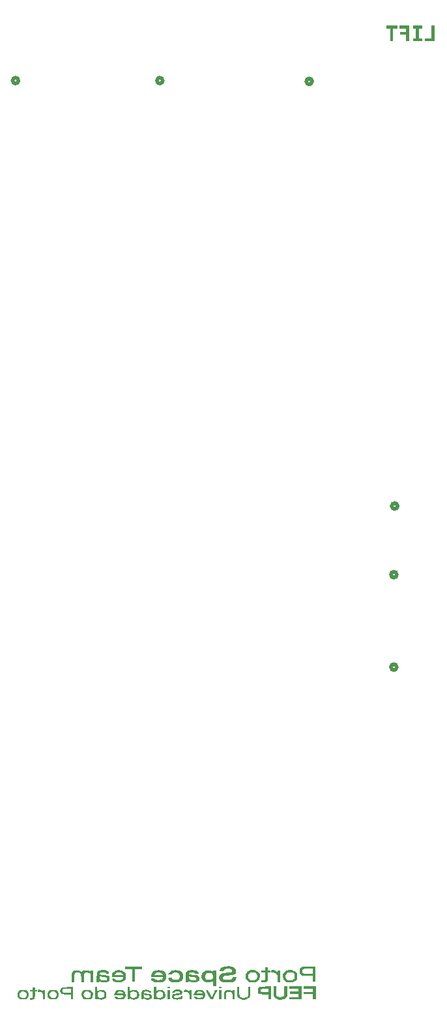
<source format=gbr>
%TF.GenerationSoftware,KiCad,Pcbnew,9.0.7-9.0.7~ubuntu24.04.1*%
%TF.CreationDate,2026-01-14T12:58:48+00:00*%
%TF.ProjectId,LIFT,4c494654-2e6b-4696-9361-645f70636258,rev?*%
%TF.SameCoordinates,Original*%
%TF.FileFunction,Legend,Bot*%
%TF.FilePolarity,Positive*%
%FSLAX46Y46*%
G04 Gerber Fmt 4.6, Leading zero omitted, Abs format (unit mm)*
G04 Created by KiCad (PCBNEW 9.0.7-9.0.7~ubuntu24.04.1) date 2026-01-14 12:58:48*
%MOMM*%
%LPD*%
G01*
G04 APERTURE LIST*
%ADD10C,0.400000*%
%ADD11C,0.508000*%
%ADD12C,0.000000*%
G04 APERTURE END LIST*
D10*
G36*
X180442620Y-32910000D02*
G01*
X180442620Y-30870083D01*
X180039497Y-30870083D01*
X180039497Y-32558290D01*
X179177442Y-32558290D01*
X179177442Y-32910000D01*
X180442620Y-32910000D01*
G37*
G36*
X178830739Y-31221793D02*
G01*
X178830739Y-30870083D01*
X177616120Y-30870083D01*
X177616120Y-31221793D01*
X178021929Y-31221793D01*
X178021929Y-32558290D01*
X177616120Y-32558290D01*
X177616120Y-32910000D01*
X178830739Y-32910000D01*
X178830739Y-32558290D01*
X178424930Y-32558290D01*
X178424930Y-31221793D01*
X178830739Y-31221793D01*
G37*
G36*
X175862090Y-31221793D02*
G01*
X176729762Y-31221793D01*
X176729762Y-31667292D01*
X175940003Y-31667292D01*
X175940003Y-32019002D01*
X176729762Y-32019002D01*
X176729762Y-32910000D01*
X177132763Y-32910000D01*
X177132763Y-30870083D01*
X175862090Y-30870083D01*
X175862090Y-31221793D01*
G37*
G36*
X174653332Y-32910000D02*
G01*
X175056332Y-32910000D01*
X175056332Y-31221793D01*
X175574127Y-31221793D01*
X175574127Y-30870083D01*
X174135537Y-30870083D01*
X174135537Y-31221793D01*
X174653332Y-31221793D01*
X174653332Y-32910000D01*
G37*
D11*
%TO.C,J7*%
X175525500Y-114139200D02*
G75*
G02*
X174763500Y-114139200I-381000J0D01*
G01*
X174763500Y-114139200D02*
G75*
G02*
X175525500Y-114139200I381000J0D01*
G01*
%TO.C,J3*%
X145117299Y-38000000D02*
G75*
G02*
X144355299Y-38000000I-381000J0D01*
G01*
X144355299Y-38000000D02*
G75*
G02*
X145117299Y-38000000I381000J0D01*
G01*
%TO.C,J8*%
X175631000Y-93228800D02*
G75*
G02*
X174869000Y-93228800I-381000J0D01*
G01*
X174869000Y-93228800D02*
G75*
G02*
X175631000Y-93228800I381000J0D01*
G01*
%TO.C,J9*%
X175525500Y-102139200D02*
G75*
G02*
X174763500Y-102139200I-381000J0D01*
G01*
X174763500Y-102139200D02*
G75*
G02*
X175525500Y-102139200I381000J0D01*
G01*
%TO.C,J4*%
X126367299Y-38000000D02*
G75*
G02*
X125605299Y-38000000I-381000J0D01*
G01*
X125605299Y-38000000D02*
G75*
G02*
X126367299Y-38000000I381000J0D01*
G01*
%TO.C,J2*%
X164527700Y-38105500D02*
G75*
G02*
X163765700Y-38105500I-381000J0D01*
G01*
X163765700Y-38105500D02*
G75*
G02*
X164527700Y-38105500I381000J0D01*
G01*
D12*
%TO.C,G\u002A\u002A\u002A*%
G36*
X146025332Y-155729563D02*
G01*
X146025332Y-155841877D01*
X145884942Y-155841877D01*
X145744550Y-155841877D01*
X145744550Y-155729563D01*
X145744550Y-155617251D01*
X145884942Y-155617251D01*
X146025332Y-155617251D01*
X146025332Y-155729563D01*
G37*
G36*
X146025332Y-156656147D02*
G01*
X146025332Y-157273868D01*
X145884942Y-157273868D01*
X145744550Y-157273868D01*
X145744550Y-156656147D01*
X145744550Y-156038424D01*
X145884942Y-156038424D01*
X146025332Y-156038424D01*
X146025332Y-156656147D01*
G37*
G36*
X152736031Y-155729563D02*
G01*
X152736031Y-155841877D01*
X152595639Y-155841877D01*
X152455249Y-155841877D01*
X152455249Y-155729563D01*
X152455249Y-155617251D01*
X152595639Y-155617251D01*
X152736031Y-155617251D01*
X152736031Y-155729563D01*
G37*
G36*
X152736031Y-156656147D02*
G01*
X152736031Y-157273868D01*
X152595639Y-157273868D01*
X152455249Y-157273868D01*
X152455249Y-156656147D01*
X152455249Y-156038424D01*
X152595639Y-156038424D01*
X152736031Y-156038424D01*
X152736031Y-156656147D01*
G37*
G36*
X142403241Y-153160406D02*
G01*
X142403241Y-153314836D01*
X141953991Y-153314836D01*
X141504738Y-153314836D01*
X141504738Y-154157184D01*
X141504738Y-154999531D01*
X141322230Y-154999531D01*
X141139721Y-154999531D01*
X141139721Y-154157184D01*
X141139721Y-153314836D01*
X140676431Y-153314836D01*
X140213140Y-153314836D01*
X140213140Y-153160406D01*
X140213140Y-153005976D01*
X141308192Y-153005976D01*
X142403241Y-153005976D01*
X142403241Y-153160406D01*
G37*
G36*
X165006217Y-156431520D02*
G01*
X165006217Y-157273868D01*
X164809671Y-157273868D01*
X164613122Y-157273868D01*
X164613122Y-156936927D01*
X164613122Y-156599989D01*
X164023479Y-156599989D01*
X163433836Y-156599989D01*
X163433836Y-156445558D01*
X163433836Y-156291128D01*
X164023479Y-156291128D01*
X164613122Y-156291128D01*
X164613122Y-156108620D01*
X164613122Y-155926111D01*
X164009439Y-155926111D01*
X163405758Y-155926111D01*
X163405758Y-155757643D01*
X163405758Y-155589173D01*
X164205988Y-155589173D01*
X165006217Y-155589173D01*
X165006217Y-156431520D01*
G37*
G36*
X151236448Y-156515754D02*
G01*
X151299817Y-156645156D01*
X151364266Y-156772981D01*
X151417400Y-156874279D01*
X151454975Y-156940979D01*
X151472743Y-156965007D01*
X151487222Y-156946114D01*
X151522349Y-156883848D01*
X151573326Y-156785964D01*
X151635942Y-156660563D01*
X151705992Y-156515754D01*
X151920132Y-156066504D01*
X152075293Y-156066504D01*
X152230453Y-156066504D01*
X151929000Y-156670185D01*
X151627548Y-157273868D01*
X151472509Y-157273868D01*
X151317472Y-157273868D01*
X151016020Y-156670185D01*
X150714567Y-156066504D01*
X150866915Y-156066504D01*
X151019265Y-156066504D01*
X151236448Y-156515754D01*
G37*
G36*
X163181132Y-156431520D02*
G01*
X163181132Y-157273868D01*
X162366863Y-157273868D01*
X161552595Y-157273868D01*
X161552595Y-157119437D01*
X161552595Y-156965007D01*
X162170316Y-156965007D01*
X162788037Y-156965007D01*
X162788037Y-156754419D01*
X162788037Y-156543832D01*
X162198394Y-156543832D01*
X161608751Y-156543832D01*
X161608751Y-156389402D01*
X161608751Y-156234972D01*
X162198394Y-156234972D01*
X162788037Y-156234972D01*
X162788037Y-156066504D01*
X162788037Y-155898033D01*
X162184354Y-155898033D01*
X161580673Y-155898033D01*
X161580673Y-155743603D01*
X161580673Y-155589173D01*
X162380903Y-155589173D01*
X163181132Y-155589173D01*
X163181132Y-156431520D01*
G37*
G36*
X129048787Y-156016081D02*
G01*
X129191465Y-156039683D01*
X129328273Y-156082878D01*
X129434283Y-156139323D01*
X129529373Y-156209755D01*
X129538171Y-156124089D01*
X129543606Y-156084779D01*
X129560682Y-156053008D01*
X129602829Y-156040565D01*
X129685583Y-156038424D01*
X129824195Y-156038424D01*
X129824195Y-156656147D01*
X129824195Y-157273868D01*
X129687124Y-157273868D01*
X129550052Y-157273868D01*
X129538816Y-156913268D01*
X129535217Y-156814056D01*
X129527286Y-156680395D01*
X129515945Y-156586413D01*
X129499725Y-156521663D01*
X129477152Y-156475701D01*
X129441720Y-156432484D01*
X129332877Y-156357520D01*
X129187255Y-156309207D01*
X129015407Y-156291746D01*
X128838380Y-156291128D01*
X128846937Y-156157758D01*
X128851227Y-156102118D01*
X128863354Y-156048131D01*
X128891703Y-156024561D01*
X128947500Y-156015531D01*
X129048787Y-156016081D01*
G37*
G36*
X148085827Y-156016081D02*
G01*
X148228505Y-156039683D01*
X148365313Y-156082878D01*
X148471323Y-156139323D01*
X148566412Y-156209755D01*
X148575211Y-156124089D01*
X148580645Y-156084779D01*
X148597722Y-156053008D01*
X148639869Y-156040565D01*
X148722623Y-156038424D01*
X148861235Y-156038424D01*
X148861235Y-156656147D01*
X148861235Y-157273868D01*
X148724163Y-157273868D01*
X148587092Y-157273868D01*
X148575856Y-156913268D01*
X148572256Y-156814056D01*
X148564326Y-156680395D01*
X148552985Y-156586413D01*
X148536765Y-156521663D01*
X148514191Y-156475701D01*
X148478760Y-156432484D01*
X148369917Y-156357520D01*
X148224295Y-156309207D01*
X148052447Y-156291746D01*
X147875420Y-156291128D01*
X147883977Y-156157758D01*
X147888267Y-156102118D01*
X147900394Y-156048131D01*
X147928743Y-156024561D01*
X147984540Y-156015531D01*
X148085827Y-156016081D01*
G37*
G36*
X159554146Y-153478082D02*
G01*
X159716916Y-153521193D01*
X159862948Y-153582881D01*
X159972844Y-153658042D01*
X160036371Y-153717722D01*
X160036371Y-153614553D01*
X160036371Y-153511385D01*
X160218879Y-153511385D01*
X160401387Y-153511385D01*
X160401387Y-154269498D01*
X160401387Y-155027609D01*
X160218879Y-155027609D01*
X160036371Y-155027609D01*
X160036371Y-154605533D01*
X160034731Y-154435782D01*
X160028070Y-154274979D01*
X160015962Y-154161838D01*
X159998071Y-154091794D01*
X159959866Y-154022054D01*
X159855387Y-153917261D01*
X159710904Y-153842849D01*
X159532678Y-153801576D01*
X159326973Y-153796203D01*
X159165869Y-153806207D01*
X159165906Y-153646988D01*
X159165908Y-153645334D01*
X159167646Y-153555527D01*
X159177768Y-153506344D01*
X159203756Y-153482480D01*
X159253095Y-153468627D01*
X159255969Y-153468009D01*
X159394033Y-153458653D01*
X159554146Y-153478082D01*
G37*
G36*
X158772851Y-153300798D02*
G01*
X158772851Y-153511385D01*
X158927281Y-153511385D01*
X159081711Y-153511385D01*
X159081711Y-153637737D01*
X159081711Y-153764089D01*
X158927281Y-153764089D01*
X158772851Y-153764089D01*
X158772693Y-154234400D01*
X158771942Y-154340277D01*
X158768136Y-154499504D01*
X158761666Y-154639007D01*
X158753154Y-154746641D01*
X158743222Y-154810268D01*
X158705742Y-154893687D01*
X158617888Y-154976435D01*
X158484344Y-155028426D01*
X158409226Y-155041323D01*
X158273286Y-155051461D01*
X158133120Y-155050605D01*
X158018248Y-155038139D01*
X157983062Y-155030068D01*
X157947365Y-155010194D01*
X157933093Y-154967914D01*
X157930503Y-154886370D01*
X157930503Y-154752152D01*
X158098073Y-154767346D01*
X158193213Y-154772432D01*
X158275061Y-154763616D01*
X158336739Y-154735959D01*
X158407832Y-154689376D01*
X158407832Y-154226732D01*
X158407832Y-153764089D01*
X158169168Y-153764089D01*
X157930503Y-153764089D01*
X157930503Y-153637737D01*
X157930503Y-153511385D01*
X158169168Y-153511385D01*
X158407832Y-153511385D01*
X158407832Y-153300798D01*
X158407832Y-153090212D01*
X158590341Y-153090212D01*
X158772851Y-153090212D01*
X158772851Y-153300798D01*
G37*
G36*
X159872924Y-156129680D02*
G01*
X159876687Y-156330867D01*
X159881761Y-156494458D01*
X159888498Y-156615419D01*
X159897437Y-156700681D01*
X159909112Y-156757180D01*
X159924057Y-156791853D01*
X159933038Y-156804881D01*
X160024534Y-156886551D01*
X160150912Y-156942450D01*
X160298732Y-156972156D01*
X160454558Y-156975247D01*
X160604950Y-156951299D01*
X160736470Y-156899885D01*
X160835682Y-156820586D01*
X160906796Y-156736071D01*
X160906796Y-156134545D01*
X160906796Y-155533017D01*
X161105642Y-155533017D01*
X161304487Y-155533017D01*
X161295170Y-156174079D01*
X161285851Y-156815144D01*
X161200683Y-156952822D01*
X161163174Y-157005360D01*
X161036460Y-157122645D01*
X160872252Y-157213677D01*
X160682170Y-157271321D01*
X160493156Y-157294415D01*
X160279766Y-157290864D01*
X160076500Y-157258470D01*
X159894099Y-157199865D01*
X159743303Y-157117680D01*
X159634854Y-157014553D01*
X159608356Y-156977224D01*
X159572907Y-156916815D01*
X159546324Y-156850185D01*
X159527366Y-156769011D01*
X159514789Y-156664976D01*
X159507346Y-156529761D01*
X159503793Y-156355045D01*
X159502884Y-156132509D01*
X159502884Y-155533017D01*
X159683395Y-155533017D01*
X159863905Y-155533017D01*
X159872924Y-156129680D01*
G37*
G36*
X128504517Y-155898033D02*
G01*
X128504517Y-156066504D01*
X128630869Y-156066504D01*
X128687097Y-156067108D01*
X128736243Y-156075799D01*
X128754524Y-156104392D01*
X128757221Y-156164776D01*
X128756443Y-156208509D01*
X128745270Y-156246734D01*
X128708506Y-156260952D01*
X128630869Y-156263050D01*
X128504517Y-156263050D01*
X128504517Y-156695152D01*
X128503497Y-156854532D01*
X128498037Y-157000616D01*
X128485358Y-157105409D01*
X128462699Y-157176990D01*
X128427307Y-157223435D01*
X128376425Y-157252825D01*
X128307294Y-157273242D01*
X128235234Y-157286248D01*
X128109063Y-157297125D01*
X127986203Y-157296550D01*
X127892340Y-157283861D01*
X127858457Y-157270525D01*
X127836269Y-157235911D01*
X127836184Y-157165703D01*
X127844680Y-157064861D01*
X127976153Y-157073094D01*
X128044672Y-157076457D01*
X128118044Y-157072645D01*
X128168035Y-157051755D01*
X128199122Y-157005969D01*
X128215782Y-156927477D01*
X128222492Y-156808465D01*
X128223734Y-156641118D01*
X128223734Y-156263050D01*
X128027188Y-156263050D01*
X127830640Y-156263050D01*
X127830640Y-156164776D01*
X127830640Y-156066504D01*
X128027188Y-156066504D01*
X128223734Y-156066504D01*
X128223734Y-155898033D01*
X128223734Y-155729563D01*
X128364127Y-155729563D01*
X128504517Y-155729563D01*
X128504517Y-155898033D01*
G37*
G36*
X154448802Y-156656147D02*
G01*
X154448802Y-157273868D01*
X154308412Y-157273868D01*
X154168019Y-157273868D01*
X154166436Y-156929909D01*
X154163341Y-156759044D01*
X154153055Y-156613931D01*
X154132890Y-156507276D01*
X154100085Y-156429861D01*
X154051879Y-156372466D01*
X153985511Y-156325873D01*
X153970847Y-156317558D01*
X153893169Y-156283182D01*
X153810183Y-156269031D01*
X153696970Y-156270310D01*
X153652671Y-156273171D01*
X153561423Y-156285949D01*
X153498684Y-156311361D01*
X153444265Y-156356274D01*
X153425436Y-156375532D01*
X153401307Y-156405841D01*
X153384640Y-156442633D01*
X153373716Y-156495841D01*
X153366813Y-156575397D01*
X153362213Y-156691235D01*
X153358196Y-156853286D01*
X153348600Y-157273868D01*
X153210786Y-157273868D01*
X153072970Y-157273868D01*
X153072970Y-156839222D01*
X153074091Y-156683870D01*
X153080419Y-156514202D01*
X153094412Y-156386155D01*
X153118407Y-156291403D01*
X153154739Y-156221618D01*
X153205745Y-156168475D01*
X153273763Y-156123646D01*
X153367944Y-156082973D01*
X153534993Y-156048230D01*
X153716503Y-156045676D01*
X153892611Y-156076815D01*
X153958476Y-156098714D01*
X154038175Y-156133568D01*
X154083549Y-156164493D01*
X154129497Y-156203257D01*
X154158172Y-156189194D01*
X154168019Y-156122660D01*
X154169597Y-156081062D01*
X154183859Y-156051580D01*
X154225303Y-156040264D01*
X154308412Y-156038424D01*
X154448802Y-156038424D01*
X154448802Y-156656147D01*
G37*
G36*
X159222102Y-156429820D02*
G01*
X159222102Y-157273868D01*
X159025553Y-157273868D01*
X158829007Y-157273868D01*
X158829007Y-156953644D01*
X158829007Y-156633423D01*
X158316578Y-156623726D01*
X158249410Y-156622396D01*
X158078785Y-156618007D01*
X157951801Y-156612322D01*
X157859036Y-156604320D01*
X157791067Y-156592984D01*
X157738475Y-156577298D01*
X157691839Y-156556244D01*
X157617688Y-156508190D01*
X157522823Y-156395820D01*
X157469970Y-156246438D01*
X157460942Y-156089153D01*
X157846698Y-156089153D01*
X157847051Y-156112190D01*
X157858950Y-156198759D01*
X157895661Y-156251871D01*
X157968000Y-156289371D01*
X157976911Y-156292126D01*
X158044910Y-156302740D01*
X158153008Y-156311340D01*
X158288266Y-156317104D01*
X158437739Y-156319206D01*
X158829007Y-156319206D01*
X158829007Y-156108620D01*
X158829007Y-155898033D01*
X158400042Y-155898033D01*
X158226410Y-155899291D01*
X158080443Y-155905122D01*
X157977048Y-155917998D01*
X157909100Y-155940378D01*
X157869476Y-155974723D01*
X157851051Y-156023494D01*
X157846698Y-156089153D01*
X157460942Y-156089153D01*
X157459290Y-156060381D01*
X157466957Y-155973087D01*
X157498212Y-155849281D01*
X157559701Y-155751269D01*
X157660465Y-155661103D01*
X157669151Y-155654798D01*
X157696345Y-155638607D01*
X157730743Y-155626024D01*
X157779339Y-155616483D01*
X157849124Y-155609414D01*
X157947090Y-155604248D01*
X158080234Y-155600419D01*
X158255545Y-155597357D01*
X158480019Y-155594493D01*
X159222102Y-155585774D01*
X159222102Y-156108620D01*
X159222102Y-156429820D01*
G37*
G36*
X133474365Y-156471858D02*
G01*
X133474365Y-157273868D01*
X133333973Y-157273868D01*
X133193582Y-157273868D01*
X133193582Y-156950967D01*
X133193582Y-156628067D01*
X132731674Y-156628067D01*
X132554725Y-156626938D01*
X132365815Y-156621265D01*
X132219403Y-156609507D01*
X132107803Y-156590219D01*
X132023321Y-156561956D01*
X131958267Y-156523274D01*
X131904948Y-156472724D01*
X131834081Y-156357459D01*
X131798096Y-156219243D01*
X131797823Y-156114731D01*
X132100013Y-156114731D01*
X132105808Y-156226002D01*
X132152148Y-156323116D01*
X132153207Y-156324422D01*
X132174602Y-156347951D01*
X132200557Y-156365185D01*
X132239670Y-156377304D01*
X132300539Y-156385491D01*
X132391764Y-156390919D01*
X132521942Y-156394774D01*
X132699673Y-156398232D01*
X133193582Y-156407061D01*
X133193582Y-156152547D01*
X133193582Y-155898033D01*
X132714976Y-155898033D01*
X132710287Y-155898033D01*
X132537006Y-155898308D01*
X132410659Y-155899882D01*
X132322231Y-155903891D01*
X132262709Y-155911467D01*
X132223081Y-155923748D01*
X132194332Y-155941864D01*
X132167450Y-155966952D01*
X132133828Y-156011184D01*
X132100013Y-156114731D01*
X131797823Y-156114731D01*
X131797718Y-156074423D01*
X131831295Y-155936671D01*
X131897176Y-155819659D01*
X131993712Y-155737059D01*
X132002388Y-155732527D01*
X132039674Y-155717674D01*
X132089385Y-155706109D01*
X132158811Y-155697291D01*
X132255240Y-155690676D01*
X132385961Y-155685727D01*
X132558261Y-155681897D01*
X132779428Y-155678647D01*
X133474365Y-155669848D01*
X133474365Y-156152547D01*
X133474365Y-156471858D01*
G37*
G36*
X127713926Y-156657163D02*
G01*
X127680455Y-156856283D01*
X127635242Y-156970200D01*
X127532393Y-157109475D01*
X127388356Y-157211253D01*
X127204592Y-157274250D01*
X127112478Y-157286461D01*
X126969912Y-157289590D01*
X126818289Y-157280344D01*
X126679163Y-157260210D01*
X126574083Y-157230679D01*
X126483020Y-157182721D01*
X126353911Y-157068345D01*
X126262894Y-156921035D01*
X126214831Y-156749809D01*
X126214681Y-156637397D01*
X126501407Y-156637397D01*
X126512859Y-156765575D01*
X126549661Y-156875958D01*
X126608417Y-156951137D01*
X126716392Y-157022752D01*
X126718633Y-157023763D01*
X126861753Y-157064777D01*
X127013057Y-157069574D01*
X127157903Y-157041012D01*
X127281648Y-156981951D01*
X127369644Y-156895248D01*
X127388610Y-156858898D01*
X127416549Y-156749179D01*
X127421793Y-156623010D01*
X127404557Y-156503093D01*
X127365058Y-156412126D01*
X127336765Y-156378196D01*
X127224143Y-156294597D01*
X127086411Y-156246354D01*
X126937259Y-156233537D01*
X126790385Y-156256207D01*
X126659481Y-156314433D01*
X126558243Y-156408276D01*
X126552926Y-156415979D01*
X126514897Y-156513506D01*
X126501407Y-156637397D01*
X126214681Y-156637397D01*
X126214583Y-156563682D01*
X126234019Y-156463959D01*
X126299621Y-156309090D01*
X126408830Y-156182659D01*
X126567120Y-156077119D01*
X126579003Y-156071328D01*
X126683632Y-156041210D01*
X126822464Y-156024339D01*
X126977872Y-156020530D01*
X127132238Y-156029596D01*
X127267936Y-156051348D01*
X127367349Y-156085602D01*
X127505124Y-156178806D01*
X127624923Y-156315127D01*
X127694969Y-156475678D01*
X127710358Y-156623010D01*
X127713926Y-156657163D01*
G37*
G36*
X131616801Y-156657163D02*
G01*
X131583329Y-156856283D01*
X131538116Y-156970200D01*
X131435267Y-157109475D01*
X131291231Y-157211253D01*
X131107467Y-157274250D01*
X131015352Y-157286461D01*
X130872786Y-157289590D01*
X130721164Y-157280344D01*
X130582037Y-157260210D01*
X130476957Y-157230679D01*
X130385894Y-157182721D01*
X130256785Y-157068345D01*
X130165769Y-156921035D01*
X130117705Y-156749809D01*
X130117555Y-156637397D01*
X130404281Y-156637397D01*
X130415733Y-156765575D01*
X130452536Y-156875958D01*
X130511291Y-156951137D01*
X130619267Y-157022752D01*
X130621507Y-157023763D01*
X130764625Y-157064777D01*
X130915932Y-157069574D01*
X131060778Y-157041012D01*
X131184523Y-156981951D01*
X131272518Y-156895248D01*
X131291484Y-156858898D01*
X131319422Y-156749179D01*
X131324665Y-156623010D01*
X131307431Y-156503093D01*
X131267932Y-156412126D01*
X131239640Y-156378196D01*
X131127017Y-156294597D01*
X130989285Y-156246354D01*
X130840133Y-156233537D01*
X130693257Y-156256207D01*
X130562356Y-156314433D01*
X130461118Y-156408276D01*
X130455800Y-156415979D01*
X130417771Y-156513506D01*
X130404281Y-156637397D01*
X130117555Y-156637397D01*
X130117457Y-156563682D01*
X130136893Y-156463959D01*
X130202495Y-156309090D01*
X130311705Y-156182659D01*
X130469994Y-156077119D01*
X130481875Y-156071328D01*
X130586507Y-156041210D01*
X130725339Y-156024339D01*
X130880746Y-156020530D01*
X131035112Y-156029596D01*
X131170810Y-156051348D01*
X131270223Y-156085602D01*
X131407999Y-156178806D01*
X131527795Y-156315127D01*
X131597843Y-156475678D01*
X131613232Y-156623010D01*
X131616801Y-156657163D01*
G37*
G36*
X136053160Y-156657163D02*
G01*
X136019690Y-156856283D01*
X135974477Y-156970200D01*
X135871629Y-157109475D01*
X135727592Y-157211253D01*
X135543828Y-157274250D01*
X135451714Y-157286461D01*
X135309147Y-157289590D01*
X135157525Y-157280344D01*
X135018398Y-157260210D01*
X134913319Y-157230679D01*
X134822256Y-157182721D01*
X134693146Y-157068345D01*
X134602128Y-156921035D01*
X134554066Y-156749809D01*
X134553917Y-156637397D01*
X134840640Y-156637397D01*
X134852094Y-156765575D01*
X134888897Y-156875958D01*
X134947650Y-156951137D01*
X135055628Y-157022752D01*
X135057868Y-157023763D01*
X135200987Y-157064777D01*
X135352293Y-157069574D01*
X135497139Y-157041012D01*
X135620882Y-156981951D01*
X135708880Y-156895248D01*
X135727845Y-156858898D01*
X135755783Y-156749179D01*
X135761027Y-156623010D01*
X135743792Y-156503093D01*
X135704293Y-156412126D01*
X135676001Y-156378196D01*
X135563378Y-156294597D01*
X135425644Y-156246354D01*
X135276492Y-156233537D01*
X135129618Y-156256207D01*
X134998715Y-156314433D01*
X134897479Y-156408276D01*
X134892159Y-156415979D01*
X134854130Y-156513506D01*
X134840640Y-156637397D01*
X134553917Y-156637397D01*
X134553819Y-156563682D01*
X134573252Y-156463959D01*
X134638856Y-156309090D01*
X134748066Y-156182659D01*
X134906355Y-156077119D01*
X134918237Y-156071328D01*
X135022868Y-156041210D01*
X135161698Y-156024339D01*
X135317107Y-156020530D01*
X135471471Y-156029596D01*
X135607172Y-156051348D01*
X135706584Y-156085602D01*
X135844360Y-156178806D01*
X135964156Y-156315127D01*
X136034204Y-156475678D01*
X136049593Y-156623010D01*
X136053160Y-156657163D01*
G37*
G36*
X155071474Y-156218955D02*
G01*
X155071891Y-156245116D01*
X155075393Y-156434361D01*
X155079488Y-156576624D01*
X155085017Y-156680091D01*
X155092824Y-156752954D01*
X155103746Y-156803409D01*
X155118629Y-156839642D01*
X155138310Y-156869847D01*
X155188610Y-156926881D01*
X155302980Y-157004524D01*
X155451722Y-157049058D01*
X155642128Y-157063279D01*
X155751141Y-157059149D01*
X155918014Y-157028813D01*
X156047184Y-156966645D01*
X156145943Y-156869847D01*
X156148578Y-156866283D01*
X156167641Y-156835788D01*
X156182005Y-156798284D01*
X156192511Y-156745583D01*
X156200001Y-156669490D01*
X156205315Y-156561815D01*
X156209295Y-156414366D01*
X156212782Y-156218955D01*
X156221871Y-155645329D01*
X156362604Y-155645329D01*
X156503339Y-155645329D01*
X156493907Y-156241992D01*
X156491097Y-156411821D01*
X156487648Y-156569202D01*
X156483145Y-156686200D01*
X156476591Y-156771382D01*
X156466995Y-156833318D01*
X156453363Y-156880572D01*
X156434699Y-156921713D01*
X156410012Y-156965307D01*
X156405812Y-156972322D01*
X156294514Y-157101254D01*
X156137695Y-157198691D01*
X155936948Y-157263628D01*
X155728224Y-157293352D01*
X155508057Y-157290985D01*
X155304009Y-157254693D01*
X155124711Y-157186892D01*
X154978796Y-157089994D01*
X154874892Y-156966419D01*
X154853072Y-156928279D01*
X154833469Y-156887218D01*
X154819081Y-156841455D01*
X154808908Y-156782415D01*
X154801949Y-156701523D01*
X154797202Y-156590205D01*
X154793669Y-156439888D01*
X154790348Y-156241992D01*
X154780916Y-155645329D01*
X154921650Y-155645329D01*
X155062385Y-155645329D01*
X155071474Y-156218955D01*
G37*
G36*
X137810321Y-156718892D02*
G01*
X137801984Y-156825908D01*
X137780597Y-156909147D01*
X137741593Y-156990597D01*
X137669700Y-157096800D01*
X137562321Y-157191576D01*
X137417733Y-157260048D01*
X137304218Y-157288824D01*
X137129849Y-157299044D01*
X136954409Y-157276112D01*
X136795012Y-157222735D01*
X136668769Y-157141619D01*
X136636362Y-157116271D01*
X136621835Y-157126941D01*
X136619126Y-157185281D01*
X136617527Y-157230860D01*
X136603257Y-157260851D01*
X136561825Y-157272138D01*
X136478736Y-157273868D01*
X136338344Y-157273868D01*
X136338344Y-156693335D01*
X136627690Y-156693335D01*
X136655195Y-156821963D01*
X136727799Y-156941073D01*
X136845749Y-157028138D01*
X136872470Y-157039786D01*
X136973852Y-157066620D01*
X137082417Y-157077232D01*
X137189010Y-157069515D01*
X137334060Y-157024057D01*
X137439992Y-156939382D01*
X137504927Y-156817254D01*
X137526989Y-156659434D01*
X137522290Y-156571205D01*
X137485995Y-156434666D01*
X137411107Y-156336963D01*
X137294376Y-156274682D01*
X137132557Y-156244402D01*
X137090640Y-156242154D01*
X136927651Y-156260221D01*
X136794250Y-156319364D01*
X136696048Y-156414590D01*
X136638657Y-156540911D01*
X136627690Y-156693335D01*
X136338344Y-156693335D01*
X136338344Y-156445558D01*
X136338344Y-155617251D01*
X136478736Y-155617251D01*
X136619126Y-155617251D01*
X136619126Y-155911453D01*
X136619126Y-156205658D01*
X136748356Y-156123701D01*
X136867515Y-156065710D01*
X137047211Y-156024005D01*
X137236153Y-156022381D01*
X137417860Y-156060552D01*
X137575853Y-156138227D01*
X137641651Y-156190713D01*
X137737677Y-156312592D01*
X137793139Y-156465540D01*
X137811028Y-156656147D01*
X137810991Y-156659434D01*
X137810321Y-156718892D01*
G37*
G36*
X142050133Y-156718892D02*
G01*
X142041797Y-156825908D01*
X142020410Y-156909147D01*
X141981406Y-156990597D01*
X141909513Y-157096800D01*
X141802134Y-157191576D01*
X141657546Y-157260048D01*
X141544030Y-157288824D01*
X141369661Y-157299044D01*
X141194222Y-157276112D01*
X141034825Y-157222735D01*
X140908582Y-157141619D01*
X140876175Y-157116271D01*
X140861647Y-157126941D01*
X140858939Y-157185281D01*
X140857340Y-157230860D01*
X140843072Y-157260851D01*
X140801638Y-157272138D01*
X140718549Y-157273868D01*
X140578156Y-157273868D01*
X140578156Y-156693335D01*
X140867503Y-156693335D01*
X140895008Y-156821963D01*
X140967612Y-156941073D01*
X141085562Y-157028138D01*
X141112285Y-157039786D01*
X141213665Y-157066620D01*
X141322230Y-157077232D01*
X141428822Y-157069515D01*
X141573873Y-157024057D01*
X141679805Y-156939382D01*
X141744740Y-156817254D01*
X141766802Y-156659434D01*
X141762103Y-156571205D01*
X141725807Y-156434666D01*
X141650920Y-156336963D01*
X141534189Y-156274682D01*
X141372370Y-156244402D01*
X141330453Y-156242154D01*
X141167464Y-156260221D01*
X141034062Y-156319364D01*
X140935860Y-156414590D01*
X140878470Y-156540911D01*
X140867503Y-156693335D01*
X140578156Y-156693335D01*
X140578156Y-156445558D01*
X140578156Y-155617251D01*
X140718549Y-155617251D01*
X140858939Y-155617251D01*
X140858939Y-155911453D01*
X140858939Y-156205658D01*
X140988169Y-156123701D01*
X141107328Y-156065710D01*
X141287024Y-156024005D01*
X141475966Y-156022381D01*
X141657674Y-156060552D01*
X141815665Y-156138227D01*
X141881464Y-156190713D01*
X141977490Y-156312592D01*
X142032952Y-156465540D01*
X142050841Y-156656147D01*
X142050804Y-156659434D01*
X142050133Y-156718892D01*
G37*
G36*
X145447599Y-156718892D02*
G01*
X145439265Y-156825908D01*
X145417877Y-156909147D01*
X145378873Y-156990597D01*
X145306980Y-157096800D01*
X145199602Y-157191576D01*
X145055011Y-157260048D01*
X144941496Y-157288824D01*
X144767129Y-157299044D01*
X144591687Y-157276112D01*
X144432290Y-157222735D01*
X144306047Y-157141619D01*
X144273640Y-157116271D01*
X144259115Y-157126941D01*
X144256406Y-157185281D01*
X144254805Y-157230860D01*
X144240537Y-157260851D01*
X144199106Y-157272138D01*
X144116014Y-157273868D01*
X143975624Y-157273868D01*
X143975624Y-156693335D01*
X144264969Y-156693335D01*
X144292473Y-156821963D01*
X144365078Y-156941073D01*
X144483027Y-157028138D01*
X144509750Y-157039786D01*
X144611133Y-157066620D01*
X144719697Y-157077232D01*
X144826288Y-157069515D01*
X144971339Y-157024057D01*
X145077270Y-156939382D01*
X145142205Y-156817254D01*
X145164268Y-156659434D01*
X145159568Y-156571205D01*
X145123273Y-156434666D01*
X145048385Y-156336963D01*
X144931656Y-156274682D01*
X144769837Y-156244402D01*
X144727918Y-156242154D01*
X144564931Y-156260221D01*
X144431530Y-156319364D01*
X144333326Y-156414590D01*
X144275936Y-156540911D01*
X144264969Y-156693335D01*
X143975624Y-156693335D01*
X143975624Y-156445558D01*
X143975624Y-155617251D01*
X144116014Y-155617251D01*
X144256406Y-155617251D01*
X144256406Y-155911453D01*
X144256406Y-156205658D01*
X144385637Y-156123701D01*
X144504793Y-156065710D01*
X144684490Y-156024005D01*
X144873433Y-156022381D01*
X145055140Y-156060552D01*
X145213131Y-156138227D01*
X145278932Y-156190713D01*
X145374956Y-156312592D01*
X145430417Y-156465540D01*
X145448307Y-156656147D01*
X145448270Y-156659434D01*
X145447599Y-156718892D01*
G37*
G36*
X164978139Y-154000877D02*
G01*
X164978139Y-154999531D01*
X164795631Y-154999531D01*
X164613122Y-154999531D01*
X164613122Y-154609024D01*
X164613122Y-154218517D01*
X163946263Y-154208909D01*
X163897234Y-154208199D01*
X163697194Y-154205007D01*
X163543672Y-154201505D01*
X163428718Y-154196893D01*
X163344378Y-154190365D01*
X163282704Y-154181126D01*
X163235740Y-154168369D01*
X163195537Y-154151297D01*
X163154140Y-154129106D01*
X163131428Y-154115752D01*
X163001818Y-154005331D01*
X162917662Y-153862236D01*
X162879210Y-153687068D01*
X162881329Y-153628652D01*
X163265011Y-153628652D01*
X163291011Y-153748058D01*
X163349780Y-153843399D01*
X163437173Y-153901435D01*
X163469765Y-153908678D01*
X163562482Y-153918548D01*
X163698601Y-153926075D01*
X163870307Y-153930874D01*
X164069786Y-153932557D01*
X164613122Y-153932557D01*
X164613122Y-153609659D01*
X164613122Y-153286758D01*
X164064694Y-153286758D01*
X164003765Y-153286844D01*
X163792744Y-153289256D01*
X163629423Y-153295988D01*
X163507088Y-153308390D01*
X163419020Y-153327808D01*
X163358506Y-153355593D01*
X163318825Y-153393094D01*
X163293267Y-153441658D01*
X163275921Y-153498413D01*
X163265011Y-153628652D01*
X162881329Y-153628652D01*
X162886707Y-153480430D01*
X162888950Y-153465285D01*
X162937245Y-153307680D01*
X163028644Y-153184506D01*
X163167133Y-153090212D01*
X163181713Y-153082954D01*
X163221657Y-153064372D01*
X163262071Y-153049759D01*
X163309916Y-153038545D01*
X163372150Y-153030171D01*
X163455739Y-153024070D01*
X163567638Y-153019678D01*
X163714810Y-153016432D01*
X163904213Y-153013768D01*
X164142811Y-153011120D01*
X164978139Y-153002222D01*
X164978139Y-153609659D01*
X164978139Y-154000877D01*
G37*
G36*
X157739433Y-154380117D02*
G01*
X157700437Y-154583461D01*
X157620582Y-154749172D01*
X157497906Y-154879668D01*
X157330444Y-154977379D01*
X157116234Y-155044722D01*
X157045903Y-155058674D01*
X156803702Y-155080914D01*
X156574838Y-155063239D01*
X156366405Y-155008064D01*
X156185484Y-154917806D01*
X156039163Y-154794882D01*
X155934530Y-154641708D01*
X155904184Y-154563068D01*
X155871779Y-154398206D01*
X155866035Y-154217864D01*
X155867747Y-154203605D01*
X156223187Y-154203605D01*
X156230283Y-154395715D01*
X156267647Y-154516957D01*
X156354221Y-154643317D01*
X156475885Y-154735606D01*
X156552169Y-154761063D01*
X156667943Y-154780940D01*
X156798351Y-154791626D01*
X156922116Y-154791433D01*
X157017960Y-154778668D01*
X157148815Y-154727945D01*
X157272804Y-154631490D01*
X157354468Y-154500058D01*
X157392218Y-154336402D01*
X157384464Y-154143278D01*
X157347701Y-154023076D01*
X157260052Y-153895419D01*
X157133948Y-153799167D01*
X157085332Y-153780305D01*
X156972207Y-153759003D01*
X156835649Y-153750238D01*
X156695198Y-153754011D01*
X156570402Y-153770321D01*
X156480799Y-153799167D01*
X156473202Y-153803319D01*
X156346087Y-153903976D01*
X156262269Y-154038549D01*
X156223187Y-154203605D01*
X155867747Y-154203605D01*
X155886952Y-154043680D01*
X155934530Y-153897286D01*
X155935517Y-153895262D01*
X156039366Y-153739511D01*
X156182254Y-153619218D01*
X156366952Y-153532628D01*
X156596230Y-153477985D01*
X156604788Y-153476690D01*
X156799496Y-153462882D01*
X156999486Y-153474686D01*
X157185346Y-153509795D01*
X157337668Y-153565912D01*
X157449643Y-153630974D01*
X157585726Y-153747202D01*
X157677278Y-153887345D01*
X157728657Y-154058931D01*
X157744210Y-154269498D01*
X157741320Y-154336402D01*
X157739433Y-154380117D01*
G37*
G36*
X162596967Y-154380117D02*
G01*
X162557970Y-154583461D01*
X162478116Y-154749172D01*
X162355440Y-154879668D01*
X162187977Y-154977379D01*
X161973768Y-155044722D01*
X161903437Y-155058674D01*
X161661236Y-155080914D01*
X161432372Y-155063239D01*
X161223938Y-155008064D01*
X161043017Y-154917806D01*
X160896697Y-154794882D01*
X160792064Y-154641708D01*
X160761718Y-154563068D01*
X160729313Y-154398206D01*
X160723568Y-154217864D01*
X160725280Y-154203605D01*
X161080721Y-154203605D01*
X161087817Y-154395715D01*
X161125181Y-154516957D01*
X161211755Y-154643317D01*
X161333419Y-154735606D01*
X161409703Y-154761063D01*
X161525477Y-154780940D01*
X161655885Y-154791626D01*
X161779649Y-154791433D01*
X161875494Y-154778668D01*
X162006349Y-154727945D01*
X162130337Y-154631490D01*
X162212001Y-154500058D01*
X162249751Y-154336402D01*
X162241998Y-154143278D01*
X162205235Y-154023076D01*
X162117586Y-153895419D01*
X161991482Y-153799167D01*
X161942866Y-153780305D01*
X161829741Y-153759003D01*
X161693182Y-153750238D01*
X161552732Y-153754011D01*
X161427936Y-153770321D01*
X161338333Y-153799167D01*
X161330736Y-153803319D01*
X161203621Y-153903976D01*
X161119803Y-154038549D01*
X161080721Y-154203605D01*
X160725280Y-154203605D01*
X160744486Y-154043680D01*
X160792064Y-153897286D01*
X160793051Y-153895262D01*
X160896900Y-153739511D01*
X161039790Y-153619218D01*
X161224486Y-153532628D01*
X161453763Y-153477985D01*
X161462322Y-153476690D01*
X161657029Y-153462882D01*
X161857020Y-153474686D01*
X162042880Y-153509795D01*
X162195202Y-153565912D01*
X162307179Y-153630974D01*
X162443260Y-153747202D01*
X162534812Y-153887345D01*
X162586191Y-154058931D01*
X162601744Y-154269498D01*
X162598854Y-154336402D01*
X162596967Y-154380117D01*
G37*
G36*
X152118310Y-154536240D02*
G01*
X152118310Y-155561095D01*
X151893684Y-155561095D01*
X151669057Y-155561095D01*
X151669057Y-155211277D01*
X151669057Y-154861459D01*
X151535685Y-154944194D01*
X151488673Y-154971086D01*
X151308153Y-155041163D01*
X151112611Y-155074134D01*
X150912779Y-155071726D01*
X150719394Y-155035664D01*
X150543188Y-154967682D01*
X150394896Y-154869505D01*
X150285253Y-154742862D01*
X150220400Y-154610685D01*
X150170461Y-154410424D01*
X150167638Y-154283536D01*
X150603318Y-154283536D01*
X150606955Y-154347385D01*
X150646119Y-154493789D01*
X150723409Y-154611906D01*
X150832782Y-154691002D01*
X150967235Y-154731059D01*
X151130719Y-154745951D01*
X151294137Y-154733420D01*
X151433072Y-154693369D01*
X151481438Y-154668062D01*
X151586524Y-154575174D01*
X151648637Y-154447739D01*
X151669057Y-154283536D01*
X151669057Y-154282922D01*
X151646827Y-154118414D01*
X151581136Y-153989051D01*
X151473026Y-153895737D01*
X151323541Y-153839373D01*
X151133726Y-153820861D01*
X150950730Y-153839720D01*
X150800793Y-153896613D01*
X150691998Y-153990344D01*
X150625716Y-154119716D01*
X150603318Y-154283536D01*
X150167638Y-154283536D01*
X150165810Y-154201353D01*
X150206345Y-153997455D01*
X150291965Y-153812712D01*
X150294537Y-153808683D01*
X150358681Y-153726169D01*
X150440561Y-153659696D01*
X150558501Y-153594246D01*
X150660736Y-153547413D01*
X150750461Y-153518525D01*
X150847087Y-153504571D01*
X150975177Y-153499991D01*
X151089681Y-153500367D01*
X151235822Y-153510014D01*
X151350203Y-153533903D01*
X151447418Y-153575610D01*
X151542064Y-153638704D01*
X151669057Y-153735640D01*
X151669057Y-153623511D01*
X151669057Y-153511385D01*
X151893684Y-153511385D01*
X152118310Y-153511385D01*
X152118310Y-154282922D01*
X152118310Y-154536240D01*
G37*
G36*
X140288969Y-156622997D02*
G01*
X140271355Y-156812344D01*
X140214782Y-156970210D01*
X140111790Y-157109377D01*
X139967368Y-157211197D01*
X139782802Y-157274443D01*
X139777471Y-157275523D01*
X139687330Y-157285757D01*
X139567651Y-157289928D01*
X139442822Y-157287130D01*
X139351932Y-157279228D01*
X139156647Y-157236338D01*
X139005959Y-157160538D01*
X138900523Y-157052108D01*
X138892416Y-157039756D01*
X138846993Y-156958560D01*
X138843068Y-156910169D01*
X138883913Y-156886828D01*
X138972803Y-156880771D01*
X139044589Y-156884106D01*
X139116397Y-156904347D01*
X139173480Y-156950152D01*
X139269135Y-157021930D01*
X139415057Y-157066776D01*
X139597363Y-157069666D01*
X139623403Y-157066936D01*
X139776486Y-157032450D01*
X139890276Y-156971963D01*
X139958043Y-156888850D01*
X139965373Y-156872780D01*
X139983752Y-156828447D01*
X139988917Y-156795308D01*
X139974733Y-156771739D01*
X139935066Y-156756106D01*
X139863780Y-156746783D01*
X139754742Y-156742140D01*
X139601817Y-156740548D01*
X139398870Y-156740381D01*
X138809228Y-156740381D01*
X138809228Y-156668580D01*
X138811702Y-156613299D01*
X138841180Y-156484868D01*
X139118090Y-156484868D01*
X139118583Y-156487023D01*
X139149967Y-156499800D01*
X139231588Y-156508754D01*
X139365387Y-156514027D01*
X139553301Y-156515754D01*
X139583652Y-156515719D01*
X139763686Y-156513492D01*
X139889882Y-156507699D01*
X139964179Y-156498204D01*
X139988513Y-156484868D01*
X139984471Y-156471784D01*
X139951643Y-156423303D01*
X139896588Y-156362057D01*
X139882445Y-156348678D01*
X139761781Y-156274715D01*
X139618345Y-156238944D01*
X139468099Y-156241391D01*
X139327009Y-156282082D01*
X139211035Y-156361036D01*
X139183179Y-156390319D01*
X139136525Y-156448023D01*
X139118090Y-156484868D01*
X138841180Y-156484868D01*
X138851348Y-156440570D01*
X138933558Y-156285709D01*
X139050815Y-156160252D01*
X139195602Y-156075731D01*
X139262538Y-156054938D01*
X139421705Y-156029411D01*
X139598024Y-156024261D01*
X139768347Y-156039504D01*
X139909513Y-156075164D01*
X139914246Y-156077010D01*
X140066679Y-156165451D01*
X140182618Y-156291376D01*
X140258052Y-156446617D01*
X140264756Y-156484868D01*
X140288969Y-156622997D01*
G37*
G36*
X146831002Y-153473812D02*
G01*
X147081324Y-153490939D01*
X147288027Y-153537766D01*
X147456026Y-153616503D01*
X147590229Y-153729365D01*
X147695546Y-153878568D01*
X147709103Y-153903561D01*
X147746332Y-153982046D01*
X147767452Y-154055653D01*
X147776783Y-154144700D01*
X147778644Y-154269498D01*
X147775680Y-154395544D01*
X147764689Y-154490175D01*
X147741586Y-154569402D01*
X147702278Y-154653831D01*
X147635958Y-154758530D01*
X147496865Y-154894787D01*
X147315871Y-154994328D01*
X147092306Y-155057602D01*
X147064423Y-155062007D01*
X146929957Y-155071570D01*
X146767099Y-155070468D01*
X146596803Y-155059856D01*
X146440029Y-155040898D01*
X146317729Y-155014753D01*
X146289957Y-155005927D01*
X146119348Y-154926277D01*
X145982079Y-154816379D01*
X145888668Y-154684329D01*
X145874827Y-154655508D01*
X145836855Y-154566311D01*
X145830239Y-154510644D01*
X145861170Y-154480648D01*
X145935837Y-154468460D01*
X146060430Y-154466222D01*
X146162948Y-154466902D01*
X146239204Y-154471518D01*
X146284945Y-154484152D01*
X146313844Y-154508905D01*
X146339571Y-154549871D01*
X146388451Y-154618934D01*
X146483118Y-154692377D01*
X146611344Y-154733717D01*
X146781601Y-154746721D01*
X146794276Y-154746682D01*
X146975400Y-154732192D01*
X147113717Y-154689305D01*
X147216369Y-154614626D01*
X147290500Y-154504759D01*
X147329869Y-154383432D01*
X147341305Y-154240490D01*
X147321310Y-154104715D01*
X147270672Y-153996305D01*
X147248511Y-153967601D01*
X147173364Y-153889507D01*
X147089537Y-153840156D01*
X146981376Y-153812504D01*
X146833229Y-153799507D01*
X146810533Y-153798582D01*
X146643648Y-153803081D01*
X146517723Y-153832405D01*
X146422664Y-153890326D01*
X146348379Y-153980613D01*
X146320533Y-154022468D01*
X146290499Y-154050279D01*
X146246517Y-154064810D01*
X146174517Y-154070520D01*
X146060430Y-154071867D01*
X146028078Y-154071988D01*
X145918447Y-154069800D01*
X145856164Y-154057736D01*
X145834065Y-154028452D01*
X145844981Y-153974613D01*
X145881744Y-153888873D01*
X145971557Y-153747617D01*
X146111300Y-153627940D01*
X146295489Y-153542409D01*
X146524193Y-153490988D01*
X146797483Y-153473646D01*
X146831002Y-153473812D01*
G37*
G36*
X150621757Y-156622997D02*
G01*
X150604143Y-156812344D01*
X150547569Y-156970210D01*
X150444580Y-157109377D01*
X150300155Y-157211197D01*
X150115590Y-157274443D01*
X150110260Y-157275523D01*
X150020120Y-157285757D01*
X149900439Y-157289928D01*
X149775609Y-157287130D01*
X149684720Y-157279228D01*
X149489435Y-157236338D01*
X149338747Y-157160538D01*
X149233312Y-157052108D01*
X149225204Y-157039756D01*
X149179781Y-156958560D01*
X149175856Y-156910169D01*
X149216700Y-156886828D01*
X149305591Y-156880771D01*
X149377376Y-156884106D01*
X149449185Y-156904347D01*
X149506267Y-156950152D01*
X149601923Y-157021930D01*
X149747845Y-157066776D01*
X149930151Y-157069666D01*
X149956193Y-157066936D01*
X150109276Y-157032450D01*
X150223064Y-156971963D01*
X150290832Y-156888850D01*
X150298161Y-156872780D01*
X150316539Y-156828447D01*
X150321705Y-156795308D01*
X150307521Y-156771739D01*
X150267854Y-156756106D01*
X150196567Y-156746783D01*
X150087531Y-156742140D01*
X149934606Y-156740548D01*
X149731660Y-156740381D01*
X149142017Y-156740381D01*
X149142017Y-156668580D01*
X149144490Y-156613299D01*
X149173968Y-156484868D01*
X149450878Y-156484868D01*
X149451373Y-156487023D01*
X149482754Y-156499800D01*
X149564376Y-156508754D01*
X149698175Y-156514027D01*
X149886090Y-156515754D01*
X149916440Y-156515719D01*
X150096474Y-156513492D01*
X150222670Y-156507699D01*
X150296967Y-156498204D01*
X150321303Y-156484868D01*
X150317261Y-156471784D01*
X150284431Y-156423303D01*
X150229376Y-156362057D01*
X150215233Y-156348678D01*
X150094569Y-156274715D01*
X149951133Y-156238944D01*
X149800889Y-156241391D01*
X149659799Y-156282082D01*
X149543824Y-156361036D01*
X149515967Y-156390319D01*
X149469313Y-156448023D01*
X149450878Y-156484868D01*
X149173968Y-156484868D01*
X149184135Y-156440570D01*
X149266345Y-156285709D01*
X149383603Y-156160252D01*
X149528390Y-156075731D01*
X149595326Y-156054938D01*
X149754493Y-156029411D01*
X149930814Y-156024261D01*
X150101134Y-156039504D01*
X150242303Y-156075164D01*
X150247033Y-156077010D01*
X150399467Y-156165451D01*
X150515406Y-156291376D01*
X150590840Y-156446617D01*
X150597544Y-156484868D01*
X150621757Y-156622997D01*
G37*
G36*
X140324255Y-154070385D02*
G01*
X140336819Y-154269498D01*
X140331678Y-154378926D01*
X140292134Y-154582949D01*
X140212007Y-154749030D01*
X140089254Y-154879678D01*
X139921843Y-154977406D01*
X139707731Y-155044722D01*
X139637511Y-155058255D01*
X139421994Y-155077821D01*
X139204877Y-155068738D01*
X139003584Y-155032488D01*
X138835539Y-154970550D01*
X138776349Y-154932812D01*
X138700390Y-154870217D01*
X138629449Y-154800245D01*
X138577002Y-154736351D01*
X138556525Y-154691991D01*
X138554612Y-154675626D01*
X138539482Y-154622771D01*
X138536237Y-154603892D01*
X138554099Y-154587845D01*
X138607131Y-154580263D01*
X138705790Y-154578358D01*
X138797200Y-154580183D01*
X138868521Y-154590417D01*
X138919982Y-154615118D01*
X138971101Y-154660315D01*
X138986820Y-154675119D01*
X139113870Y-154751937D01*
X139278267Y-154792622D01*
X139473770Y-154795495D01*
X139477064Y-154795229D01*
X139666180Y-154760629D01*
X139813762Y-154692158D01*
X139917793Y-154591174D01*
X139976252Y-154459024D01*
X139994601Y-154381810D01*
X139243485Y-154381810D01*
X138492368Y-154381810D01*
X138509959Y-154213511D01*
X138516913Y-154157371D01*
X138539082Y-154065929D01*
X138893569Y-154065929D01*
X138896749Y-154072776D01*
X138924615Y-154083944D01*
X138985886Y-154091978D01*
X139086245Y-154097254D01*
X139231371Y-154100146D01*
X139426950Y-154101027D01*
X139611296Y-154100091D01*
X139769306Y-154096661D01*
X139877828Y-154090517D01*
X139940368Y-154081448D01*
X139960435Y-154069244D01*
X139943381Y-154010536D01*
X139891858Y-153931713D01*
X139820037Y-153856513D01*
X139742386Y-153802631D01*
X139665051Y-153775181D01*
X139525502Y-153752976D01*
X139371278Y-153750488D01*
X139224617Y-153767654D01*
X139107755Y-153804415D01*
X139051755Y-153839361D01*
X138973597Y-153912234D01*
X138916068Y-153993618D01*
X138893569Y-154065929D01*
X138539082Y-154065929D01*
X138566139Y-153954327D01*
X138651572Y-153790609D01*
X138777090Y-153660390D01*
X138946572Y-153557841D01*
X139020017Y-153524646D01*
X139099643Y-153495712D01*
X139179176Y-153479356D01*
X139277352Y-153472059D01*
X139412910Y-153470306D01*
X139446645Y-153470460D01*
X139655949Y-153482825D01*
X139825745Y-153517389D01*
X139967933Y-153577581D01*
X140094408Y-153666835D01*
X140198341Y-153772825D01*
X140279652Y-153908697D01*
X140323941Y-154069244D01*
X140324255Y-154070385D01*
G37*
G36*
X135350232Y-153503996D02*
G01*
X135521157Y-153555109D01*
X135662598Y-153640475D01*
X135748701Y-153712925D01*
X135748701Y-153612155D01*
X135748701Y-153511385D01*
X135931209Y-153511385D01*
X136113719Y-153511385D01*
X136113719Y-154269498D01*
X136113719Y-155027609D01*
X135931209Y-155027609D01*
X135748701Y-155027609D01*
X135748701Y-154563417D01*
X135748523Y-154493547D01*
X135745458Y-154305840D01*
X135738262Y-154166111D01*
X135726506Y-154068219D01*
X135709761Y-154006025D01*
X135702768Y-153990574D01*
X135627806Y-153892118D01*
X135519966Y-153820358D01*
X135391958Y-153776789D01*
X135256487Y-153762911D01*
X135126261Y-153780221D01*
X135013983Y-153830215D01*
X134932364Y-153914395D01*
X134922965Y-153930746D01*
X134906018Y-153970065D01*
X134893953Y-154020650D01*
X134885962Y-154091476D01*
X134881241Y-154191523D01*
X134878983Y-154329766D01*
X134878380Y-154515182D01*
X134878275Y-155027609D01*
X134695767Y-155027609D01*
X134513259Y-155027609D01*
X134513259Y-154540392D01*
X134513052Y-154401620D01*
X134511605Y-154260038D01*
X134507877Y-154158071D01*
X134500835Y-154086289D01*
X134489451Y-154035264D01*
X134472691Y-153995566D01*
X134449523Y-153957769D01*
X134399074Y-153897401D01*
X134279785Y-153815341D01*
X134135421Y-153770165D01*
X133979692Y-153765255D01*
X133826305Y-153803994D01*
X133807805Y-153812059D01*
X133752386Y-153843596D01*
X133710820Y-153885728D01*
X133681166Y-153946038D01*
X133661483Y-154032114D01*
X133649828Y-154151542D01*
X133644259Y-154311912D01*
X133642833Y-154520806D01*
X133642833Y-155027609D01*
X133458328Y-155027609D01*
X133273821Y-155027609D01*
X133282840Y-154430946D01*
X133284041Y-154355167D01*
X133288649Y-154150400D01*
X133296172Y-153991666D01*
X133308771Y-153871284D01*
X133328612Y-153781567D01*
X133357856Y-153714830D01*
X133398670Y-153663389D01*
X133453215Y-153619557D01*
X133523657Y-153575653D01*
X133570923Y-153549098D01*
X133634132Y-153521491D01*
X133702706Y-153505884D01*
X133793560Y-153498963D01*
X133923616Y-153497421D01*
X133942722Y-153497479D01*
X134127882Y-153505936D01*
X134272032Y-153530978D01*
X134387657Y-153575846D01*
X134487242Y-153643780D01*
X134572110Y-153715191D01*
X134633938Y-153658689D01*
X134659499Y-153636959D01*
X134804456Y-153553616D01*
X134977491Y-153503505D01*
X135164213Y-153486879D01*
X135350232Y-153503996D01*
G37*
G36*
X147152073Y-155994812D02*
G01*
X147313093Y-156018555D01*
X147452151Y-156060502D01*
X147558522Y-156119548D01*
X147621474Y-156194589D01*
X147640948Y-156248296D01*
X147653469Y-156374978D01*
X147625237Y-156495104D01*
X147561070Y-156594318D01*
X147465787Y-156658264D01*
X147462344Y-156659475D01*
X147403668Y-156672839D01*
X147303676Y-156689501D01*
X147175460Y-156707461D01*
X147032113Y-156724709D01*
X147010632Y-156727136D01*
X146872539Y-156745137D01*
X146754599Y-156764444D01*
X146668735Y-156782893D01*
X146626866Y-156798319D01*
X146613971Y-156810860D01*
X146587244Y-156877339D01*
X146604547Y-156950936D01*
X146662846Y-157013496D01*
X146671915Y-157019129D01*
X146737092Y-157045191D01*
X146830035Y-157059141D01*
X146964688Y-157063279D01*
X147088203Y-157058997D01*
X147243189Y-157034378D01*
X147347775Y-156987643D01*
X147402834Y-156918504D01*
X147409093Y-156903561D01*
X147435206Y-156870916D01*
X147483624Y-156856152D01*
X147571171Y-156852693D01*
X147714489Y-156852693D01*
X147694897Y-156943947D01*
X147687580Y-156975024D01*
X147644860Y-157084525D01*
X147575953Y-157163730D01*
X147470937Y-157221136D01*
X147319890Y-157265247D01*
X147276476Y-157273659D01*
X147130356Y-157288563D01*
X146964622Y-157290942D01*
X146798024Y-157281617D01*
X146649311Y-157261403D01*
X146537235Y-157231120D01*
X146479548Y-157204992D01*
X146378649Y-157130767D01*
X146323111Y-157031479D01*
X146306115Y-156897272D01*
X146307562Y-156846147D01*
X146324577Y-156744879D01*
X146365839Y-156667324D01*
X146437716Y-156609354D01*
X146546569Y-156566841D01*
X146698765Y-156535654D01*
X146900668Y-156511669D01*
X146988681Y-156503107D01*
X147140007Y-156486337D01*
X147246188Y-156469719D01*
X147314647Y-156450759D01*
X147352808Y-156426971D01*
X147368096Y-156395861D01*
X147367933Y-156354942D01*
X147344178Y-156290360D01*
X147281846Y-156242957D01*
X147176244Y-156216156D01*
X147022110Y-156207723D01*
X146927899Y-156210626D01*
X146796858Y-156231322D01*
X146708864Y-156273915D01*
X146657454Y-156340763D01*
X146657130Y-156341495D01*
X146629762Y-156380473D01*
X146581932Y-156398840D01*
X146496006Y-156403442D01*
X146471083Y-156403294D01*
X146401199Y-156398105D01*
X146369646Y-156381002D01*
X146362271Y-156345890D01*
X146383697Y-156250090D01*
X146448057Y-156153302D01*
X146542287Y-156083607D01*
X146644539Y-156043829D01*
X146807068Y-156006344D01*
X146979822Y-155990374D01*
X147152073Y-155994812D01*
G37*
G36*
X143717664Y-156958668D02*
G01*
X143678604Y-157082185D01*
X143590427Y-157181434D01*
X143455526Y-157251579D01*
X143450555Y-157253264D01*
X143263790Y-157292059D01*
X143069765Y-157290817D01*
X142885636Y-157251337D01*
X142728550Y-157175414D01*
X142631251Y-157109385D01*
X142622540Y-157170568D01*
X142621747Y-157175623D01*
X142605640Y-157211842D01*
X142563566Y-157230938D01*
X142480457Y-157240308D01*
X142347085Y-157248865D01*
X142347085Y-156783135D01*
X142347134Y-156738634D01*
X142347610Y-156697173D01*
X142629693Y-156697173D01*
X142635755Y-156770071D01*
X142637438Y-156781688D01*
X142673369Y-156895012D01*
X142746617Y-156981498D01*
X142866532Y-157052589D01*
X142884568Y-157060233D01*
X143005142Y-157092352D01*
X143141572Y-157104781D01*
X143170112Y-157104688D01*
X143261167Y-157098258D01*
X143322003Y-157077546D01*
X143373218Y-157036479D01*
X143375112Y-157034575D01*
X143429940Y-156962698D01*
X143435138Y-156898140D01*
X143392114Y-156825216D01*
X143370229Y-156803192D01*
X143328910Y-156779825D01*
X143263967Y-156760788D01*
X143164619Y-156743146D01*
X143020077Y-156723964D01*
X142901897Y-156708808D01*
X142786594Y-156692557D01*
X142701416Y-156678895D01*
X142659192Y-156669750D01*
X142639529Y-156668424D01*
X142629693Y-156697173D01*
X142347610Y-156697173D01*
X142349376Y-156543507D01*
X142356551Y-156395202D01*
X142370823Y-156285957D01*
X142394359Y-156208015D01*
X142429330Y-156153610D01*
X142477901Y-156114985D01*
X142542239Y-156084375D01*
X142591046Y-156067149D01*
X142761634Y-156031109D01*
X142953970Y-156018157D01*
X143149580Y-156027740D01*
X143330000Y-156059304D01*
X143476759Y-156112299D01*
X143493180Y-156121950D01*
X143563281Y-156188658D01*
X143617149Y-156276191D01*
X143638683Y-156359930D01*
X143632710Y-156376842D01*
X143589337Y-156400053D01*
X143519213Y-156408107D01*
X143440536Y-156401697D01*
X143371510Y-156381511D01*
X143330334Y-156348240D01*
X143320159Y-156334477D01*
X143262413Y-156292990D01*
X143181935Y-156260882D01*
X143088750Y-156245436D01*
X142972632Y-156241356D01*
X142856205Y-156248556D01*
X142758118Y-156265835D01*
X142697015Y-156292000D01*
X142685018Y-156304501D01*
X142660019Y-156364510D01*
X142660374Y-156430736D01*
X142687499Y-156475785D01*
X142691849Y-156477685D01*
X142741607Y-156488470D01*
X142833312Y-156502317D01*
X142955618Y-156517650D01*
X143097180Y-156532881D01*
X143240876Y-156548971D01*
X143401869Y-156574841D01*
X143519829Y-156607114D01*
X143602441Y-156648893D01*
X143657388Y-156703288D01*
X143692357Y-156773404D01*
X143705211Y-156815715D01*
X143712391Y-156898140D01*
X143717664Y-156958668D01*
G37*
G36*
X145557345Y-154140515D02*
G01*
X145560463Y-154269498D01*
X145560449Y-154308340D01*
X145556976Y-154421342D01*
X145544849Y-154504147D01*
X145519753Y-154577071D01*
X145477368Y-154660428D01*
X145473120Y-154668048D01*
X145362858Y-154817227D01*
X145217922Y-154931275D01*
X145033288Y-155013218D01*
X144803931Y-155066084D01*
X144726760Y-155072843D01*
X144592514Y-155073689D01*
X144437284Y-155066851D01*
X144280341Y-155053653D01*
X144140955Y-155035419D01*
X144038404Y-155013471D01*
X143930004Y-154968951D01*
X143806395Y-154888024D01*
X143704792Y-154788824D01*
X143635944Y-154682264D01*
X143610605Y-154579259D01*
X143610863Y-154577648D01*
X143642384Y-154563170D01*
X143720615Y-154553683D01*
X143837045Y-154550280D01*
X143916443Y-154550696D01*
X144001916Y-154554886D01*
X144056325Y-154567116D01*
X144094880Y-154591622D01*
X144132784Y-154632640D01*
X144198251Y-154693935D01*
X144303093Y-154745354D01*
X144440851Y-154769550D01*
X144620908Y-154769146D01*
X144622064Y-154769080D01*
X144797399Y-154746758D01*
X144927583Y-154700621D01*
X145019962Y-154626716D01*
X145081880Y-154521095D01*
X145093416Y-154491811D01*
X145117316Y-154427325D01*
X145126830Y-154395281D01*
X145126500Y-154394887D01*
X145093933Y-154391408D01*
X145013141Y-154388284D01*
X144891268Y-154385638D01*
X144735467Y-154383594D01*
X144552888Y-154382276D01*
X144350679Y-154381810D01*
X143574528Y-154381810D01*
X143592796Y-154206322D01*
X143605531Y-154116419D01*
X143622367Y-154059886D01*
X144059858Y-154059886D01*
X144060037Y-154062603D01*
X144070472Y-154076656D01*
X144102005Y-154086911D01*
X144161644Y-154093920D01*
X144256400Y-154098239D01*
X144393285Y-154100423D01*
X144579305Y-154101027D01*
X144746001Y-154100717D01*
X144898641Y-154098323D01*
X145004528Y-154091701D01*
X145068794Y-154078708D01*
X145096566Y-154057201D01*
X145092972Y-154025040D01*
X145063145Y-153980079D01*
X145012207Y-153920179D01*
X144995070Y-153902028D01*
X144909658Y-153834535D01*
X144822680Y-153793005D01*
X144791958Y-153785471D01*
X144641451Y-153767049D01*
X144478720Y-153769561D01*
X144335931Y-153793005D01*
X144296063Y-153808687D01*
X144215216Y-153860474D01*
X144138903Y-153929268D01*
X144082119Y-154000571D01*
X144059858Y-154059886D01*
X143622367Y-154059886D01*
X143665063Y-153916524D01*
X143764562Y-153754405D01*
X143904878Y-153629422D01*
X144086871Y-153540937D01*
X144311394Y-153488314D01*
X144579305Y-153470916D01*
X144839950Y-153486272D01*
X145059254Y-153533817D01*
X145237559Y-153614906D01*
X145377842Y-153730900D01*
X145483083Y-153883158D01*
X145522641Y-153967745D01*
X145546121Y-154046835D01*
X145547363Y-154057201D01*
X145557345Y-154140515D01*
G37*
G36*
X153804229Y-152968865D02*
G01*
X154030174Y-152998447D01*
X154234230Y-153051079D01*
X154309248Y-153082420D01*
X154447335Y-153174306D01*
X154554443Y-153293318D01*
X154618011Y-153427150D01*
X154635181Y-153559019D01*
X154623128Y-153699967D01*
X154585639Y-153829166D01*
X154526519Y-153925863D01*
X154494264Y-153958381D01*
X154437184Y-154004485D01*
X154369608Y-154041991D01*
X154283945Y-154072928D01*
X154172602Y-154099329D01*
X154027992Y-154123228D01*
X153842521Y-154146657D01*
X153608601Y-154171647D01*
X153472259Y-154185796D01*
X153314227Y-154203906D01*
X153197859Y-154220625D01*
X153114657Y-154237836D01*
X153056120Y-154257423D01*
X153013752Y-154281272D01*
X152979052Y-154311269D01*
X152951389Y-154351491D01*
X152932572Y-154441304D01*
X152949109Y-154538065D01*
X152999546Y-154619800D01*
X153018272Y-154637030D01*
X153108988Y-154691503D01*
X153232497Y-154726131D01*
X153395853Y-154742328D01*
X153606103Y-154741505D01*
X153691523Y-154737431D01*
X153855729Y-154721184D01*
X153977319Y-154692248D01*
X154065484Y-154646559D01*
X154129417Y-154580059D01*
X154178304Y-154488687D01*
X154235322Y-154353732D01*
X154471539Y-154353732D01*
X154707756Y-154353732D01*
X154689186Y-154459024D01*
X154658901Y-154586987D01*
X154593445Y-154735606D01*
X154496109Y-154852088D01*
X154361251Y-154941011D01*
X154183237Y-155006962D01*
X153956431Y-155054519D01*
X153881999Y-155062543D01*
X153753539Y-155069078D01*
X153603779Y-155071225D01*
X153452024Y-155068452D01*
X153411373Y-155066775D01*
X153149497Y-155045389D01*
X152936037Y-155006444D01*
X152766178Y-154948355D01*
X152635113Y-154869546D01*
X152538024Y-154768436D01*
X152479670Y-154661703D01*
X152439534Y-154503896D01*
X152438713Y-154338502D01*
X152476857Y-154181756D01*
X152553612Y-154049885D01*
X152578982Y-154021871D01*
X152645615Y-153966296D01*
X152729805Y-153921561D01*
X152839268Y-153885437D01*
X152981729Y-153855692D01*
X153164904Y-153830098D01*
X153396516Y-153806423D01*
X153538320Y-153792771D01*
X153697090Y-153775584D01*
X153833142Y-153758808D01*
X153935388Y-153743825D01*
X153992748Y-153732019D01*
X154020358Y-153721628D01*
X154100253Y-153661384D01*
X154138200Y-153578833D01*
X154130696Y-153488098D01*
X154074242Y-153403296D01*
X154022932Y-153363586D01*
X153921598Y-153319185D01*
X153786178Y-153294628D01*
X153606642Y-153287429D01*
X153461772Y-153292316D01*
X153281216Y-153317455D01*
X153147122Y-153365257D01*
X153055907Y-153437193D01*
X153003986Y-153534730D01*
X152977121Y-153623697D01*
X152744262Y-153623697D01*
X152511405Y-153623697D01*
X152512021Y-153546483D01*
X152517181Y-153495738D01*
X152557119Y-153374069D01*
X152626184Y-153256627D01*
X152711915Y-153167054D01*
X152759495Y-153135218D01*
X152917744Y-153063044D01*
X153113151Y-153009421D01*
X153333907Y-152975252D01*
X153568203Y-152961432D01*
X153804229Y-152968865D01*
G37*
G36*
X138233582Y-154593631D02*
G01*
X138231021Y-154660711D01*
X138200874Y-154799512D01*
X138132431Y-154905703D01*
X138020232Y-154985883D01*
X137858819Y-155046653D01*
X137843714Y-155050715D01*
X137692739Y-155073083D01*
X137524412Y-155071913D01*
X137353239Y-155049843D01*
X137193732Y-155009513D01*
X137060401Y-154953560D01*
X136967755Y-154884621D01*
X136954331Y-154870277D01*
X136907909Y-154835622D01*
X136880637Y-154852232D01*
X136866591Y-154922317D01*
X136865247Y-154935910D01*
X136856726Y-154980834D01*
X136833837Y-155004915D01*
X136782672Y-155015960D01*
X136689322Y-155021773D01*
X136520852Y-155029976D01*
X136527577Y-154755030D01*
X136530319Y-154640583D01*
X136534295Y-154469691D01*
X136536169Y-154387172D01*
X136900014Y-154387172D01*
X136900878Y-154416081D01*
X136934640Y-154557193D01*
X137016793Y-154670158D01*
X137146342Y-154753499D01*
X137165456Y-154761506D01*
X137287927Y-154797304D01*
X137428005Y-154818936D01*
X137568002Y-154825408D01*
X137690228Y-154815726D01*
X137776997Y-154788900D01*
X137830540Y-154744011D01*
X137872229Y-154659847D01*
X137875757Y-154566180D01*
X137841460Y-154480219D01*
X137769681Y-154419170D01*
X137764800Y-154417099D01*
X137703973Y-154400930D01*
X137602211Y-154381757D01*
X137472464Y-154361803D01*
X137327692Y-154343294D01*
X137297441Y-154339762D01*
X137160670Y-154322616D01*
X137045921Y-154306361D01*
X136964465Y-154292685D01*
X136927577Y-154283282D01*
X136920352Y-154282179D01*
X136905489Y-154313392D01*
X136900014Y-154387172D01*
X136536169Y-154387172D01*
X136538456Y-154286500D01*
X136542255Y-154115067D01*
X136547549Y-153956519D01*
X136557262Y-153825058D01*
X136571712Y-153736688D01*
X136591688Y-153684539D01*
X136614017Y-153655458D01*
X136709616Y-153583626D01*
X136845119Y-153527462D01*
X137009914Y-153487887D01*
X137193397Y-153465821D01*
X137384959Y-153462180D01*
X137573994Y-153477887D01*
X137749894Y-153513857D01*
X137902050Y-153571012D01*
X137992587Y-153627431D01*
X138089601Y-153736886D01*
X138146575Y-153883421D01*
X138164499Y-153960637D01*
X137993609Y-153960637D01*
X137907292Y-153958804D01*
X137839383Y-153947488D01*
X137788276Y-153918874D01*
X137732689Y-153865177D01*
X137721857Y-153853888D01*
X137657226Y-153799257D01*
X137584275Y-153768030D01*
X137479095Y-153749283D01*
X137362168Y-153739462D01*
X137201474Y-153744250D01*
X137070752Y-153771234D01*
X136976175Y-153818065D01*
X136923925Y-153882393D01*
X136920175Y-153961872D01*
X136928304Y-153985275D01*
X136950390Y-154015159D01*
X136990642Y-154038941D01*
X137056630Y-154058656D01*
X137155922Y-154076340D01*
X137296086Y-154094033D01*
X137484690Y-154113765D01*
X137501255Y-154115434D01*
X137677935Y-154135975D01*
X137828576Y-154158453D01*
X137943172Y-154181178D01*
X138011711Y-154202470D01*
X138056654Y-154226588D01*
X138157007Y-154315176D01*
X138214938Y-154435683D01*
X138230341Y-154566180D01*
X138233582Y-154593631D01*
G37*
G36*
X149916854Y-154648439D02*
G01*
X149874500Y-154792646D01*
X149785194Y-154912021D01*
X149652829Y-155001904D01*
X149481298Y-155057639D01*
X149291374Y-155078830D01*
X149085992Y-155070337D01*
X148891101Y-155032484D01*
X148720554Y-154968027D01*
X148588204Y-154879727D01*
X148560280Y-154856198D01*
X148527483Y-154844941D01*
X148507002Y-154876480D01*
X148490538Y-154957413D01*
X148489768Y-154961785D01*
X148477165Y-154989395D01*
X148444592Y-155006221D01*
X148379986Y-155015806D01*
X148271288Y-155021677D01*
X148061005Y-155029785D01*
X148068020Y-154474152D01*
X148068193Y-154460726D01*
X148070218Y-154342619D01*
X148523713Y-154342619D01*
X148531016Y-154421986D01*
X148539411Y-154472206D01*
X148592638Y-154595602D01*
X148691222Y-154689522D01*
X148838071Y-154757146D01*
X148869033Y-154766202D01*
X148997941Y-154790239D01*
X149136883Y-154799999D01*
X149264604Y-154794797D01*
X149359852Y-154773945D01*
X149428802Y-154719435D01*
X149468155Y-154633184D01*
X149467480Y-154536461D01*
X149462422Y-154520125D01*
X149431052Y-154472397D01*
X149372260Y-154434651D01*
X149278860Y-154404334D01*
X149143671Y-154378891D01*
X148959509Y-154355766D01*
X148856752Y-154344165D01*
X148734346Y-154329018D01*
X148638295Y-154315609D01*
X148583360Y-154305896D01*
X148553687Y-154299736D01*
X148529345Y-154306140D01*
X148523713Y-154342619D01*
X148070218Y-154342619D01*
X148071220Y-154284189D01*
X148075289Y-154122275D01*
X148080045Y-153985365D01*
X148085133Y-153883842D01*
X148090195Y-153828092D01*
X148094584Y-153806544D01*
X148150610Y-153686908D01*
X148251314Y-153590800D01*
X148388290Y-153526723D01*
X148395220Y-153524691D01*
X148583227Y-153485516D01*
X148796183Y-153466068D01*
X149018372Y-153465733D01*
X149234077Y-153483899D01*
X149427585Y-153519955D01*
X149583181Y-153573287D01*
X149621275Y-153593758D01*
X149721618Y-153676957D01*
X149790381Y-153779855D01*
X149815894Y-153886736D01*
X149814596Y-153919295D01*
X149803182Y-153943111D01*
X149770145Y-153955394D01*
X149703976Y-153959963D01*
X149593161Y-153960637D01*
X149592362Y-153960637D01*
X149478244Y-153958757D01*
X149408424Y-153951544D01*
X149371185Y-153936574D01*
X149354809Y-153911431D01*
X149352418Y-153904471D01*
X149313060Y-153848181D01*
X149239047Y-153808869D01*
X149123492Y-153784094D01*
X148959509Y-153771415D01*
X148819932Y-153769586D01*
X148700036Y-153780241D01*
X148621363Y-153807424D01*
X148576463Y-153853941D01*
X148557881Y-153922595D01*
X148557698Y-153924515D01*
X148563054Y-153994733D01*
X148599999Y-154029096D01*
X148620472Y-154034096D01*
X148693100Y-154045577D01*
X148804416Y-154059797D01*
X148943614Y-154075416D01*
X149099899Y-154091096D01*
X149147294Y-154095716D01*
X149374921Y-154123384D01*
X149553448Y-154157447D01*
X149688789Y-154201133D01*
X149786865Y-154257667D01*
X149853588Y-154330277D01*
X149894873Y-154422192D01*
X149916639Y-154536638D01*
X149916824Y-154633184D01*
X149916854Y-154648439D01*
G37*
%TD*%
M02*

</source>
